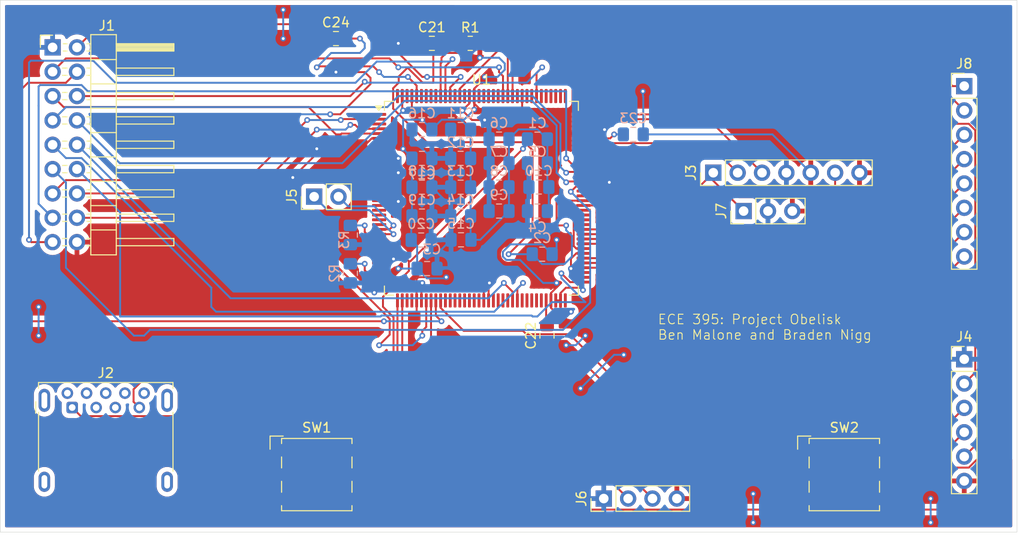
<source format=kicad_pcb>
(kicad_pcb (version 20240108) (generator "pcbnew") (generator_version "8.0")
  (layers (0 "F.Cu" signal) (31 "B.Cu" signal) (34 "B.Paste" user) (35 "F.Paste" user) (36 "B.SilkS" user "B.Silkscreen") (37 "F.SilkS" user "F.Silkscreen") (38 "B.Mask" user) (39 "F.Mask" user) (44 "Edge.Cuts" user))
  (net 0 "")
  (net 1 "GND")
  (net 2 "NRST")
  (net 3 "+5V")
  (net 4 "+3.3V")
  (net 5 "DCMI_D2")
  (net 6 "CAMERA_RESET")
  (net 7 "PIXCLK")
  (net 8 "DCMI_D3")
  (net 9 "DCMI_D1")
  (net 10 "DCMI_D7")
  (net 11 "DCMI_D5")
  (net 12 "OV_SDA")
  (net 13 "CAMERA_PWDN")
  (net 14 "OV_SCL")
  (net 15 "DCMI_D6")
  (net 16 "MCLK")
  (net 17 "DCMI_D4")
  (net 18 "OV_VS")
  (net 19 "OV_HS")
  (net 20 "DCMI_D0")
  (net 24 "ST_LINK_SWDIO")
  (net 25 "ST_LINK_RESET")
  (net 26 "ST_LINK_SWCLK")
  (net 27 "SPI_MISO")
  (net 28 "SPI_MOSI")
  (net 29 "SPI_SCK")
  (net 30 "SPI_NSS")
  (net 31 "PD9")
  (net 32 "PH1")
  (net 33 "PD8")
  (net 34 "PD10")
  (net 35 "PD12")
  (net 36 "PD7")
  (net 37 "PD13")
  (net 38 "PH0")
  (net 39 "PD11")
  (net 40 "PD6")
  (net 41 "UART4_TX")
  (net 42 "UART4_RX")
  (net 63 "VCAP1")
  (net 111 "BOOT0")
  (net 112 "VREF+")
  (net 113 "VCAP2")
  (net 114 "VCAP3")
  (footprint "Connector_PinHeader_2.54mm:PinHeader_2x09_P2.54mm_Horizontal" (layer "F.Cu") (at 94.46 54.92)
    (property "Reference" "J1")
    (property "Value" "OV7670_CONNECTOR")
  )
  (footprint "Resistor_SMD:R_0805_2012Metric_Pad1.20x1.40mm_HandSolder" (layer "F.Cu") (at 138 54.5)
    (property "Reference" "R1")
    (property "Value" "10k")
  )
  (footprint "Connector_PinHeader_2.54mm:PinHeader_1x07_P2.54mm_Vertical" (layer "F.Cu") (at 163.34 68 90)
    (property "Reference" "J3")
    (property "Value" "ST_LINK_CONNECTOR")
  )
  (footprint "Capacitor_SMD:C_0805_2012Metric_Pad1.18x1.45mm_HandSolder" (layer "F.Cu") (at 146 85 90)
    (property "Reference" "C22")
    (property "Value" "2.2uF")
  )
  (footprint "Connector_PinHeader_2.54mm:PinHeader_1x04_P2.54mm_Vertical" (layer "F.Cu") (at 151.92 102 90)
    (property "Reference" "J6")
    (property "Value" "UART")
  )
  (footprint "Button_Switch_SMD:Nidec_Copal_SH-7010A" (layer "F.Cu") (at 122 99.5)
    (property "Reference" "SW1")
    (property "Value" "SW_Push")
  )
  (footprint "Connector_USB:USB3_A_Molex_48393-001" (layer "F.Cu") (at 96.5 92.5)
    (property "Reference" "J2")
    (property "Value" "USB_A")
  )
  (footprint "Connector_PinHeader_2.54mm:PinHeader_1x03_P2.54mm_Vertical" (layer "F.Cu") (at 166.5 72 90)
    (property "Reference" "J7")
    (property "Value" "Conn_01x03_Pin")
  )
  (footprint "Capacitor_SMD:C_0805_2012Metric_Pad1.18x1.45mm_HandSolder" (layer "F.Cu") (at 124 54)
    (property "Reference" "C24")
    (property "Value" "2.2uF")
  )
  (footprint "Button_Switch_SMD:Nidec_Copal_SH-7010A" (layer "F.Cu") (at 177 99.5)
    (property "Reference" "SW2")
    (property "Value" "SW_Push")
  )
  (footprint "Connector_PinHeader_2.54mm:PinHeader_1x02_P2.54mm_Vertical" (layer "F.Cu") (at 121.725 70.5 90)
    (property "Reference" "J5")
    (property "Value" "Conn_01x02_Pin")
  )
  (footprint "Connector_PinHeader_2.54mm:PinHeader_1x08_P2.54mm_Vertical" (layer "F.Cu") (at 189.5 58.96)
    (property "Reference" "J8")
    (property "Value" "Conn_01x08_Pin")
  )
  (footprint "Capacitor_SMD:C_0805_2012Metric_Pad1.18x1.45mm_HandSolder" (layer "F.Cu") (at 134 54.5)
    (property "Reference" "C21")
    (property "Value" "100nF")
  )
  (footprint "Connector_PinHeader_2.54mm:PinHeader_1x06_P2.54mm_Vertical" (layer "F.Cu") (at 189.5 87.46)
    (property "Reference" "J4")
    (property "Value" "SD_CARD_CONN")
  )
  (footprint "Package_QFP:LQFP-144_20x20mm_P0.5mm" (layer "F.Cu") (at 139.1625 70.6625)
    (property "Reference" "U1")
    (property "Value" "STM32H7A3ZITxQ")
  )
  (footprint "Capacitor_SMD:C_0805_2012Metric_Pad1.18x1.45mm_HandSolder" (layer "B.Cu") (at 137 63.49 180)
    (property "Reference" "C11")
    (property "Value" "100nF")
  )
  (footprint "Capacitor_SMD:C_0805_2012Metric_Pad1.18x1.45mm_HandSolder" (layer "B.Cu") (at 132.9625 66.5)
    (property "Reference" "C17")
    (property "Value" "100nF")
  )
  (footprint "Capacitor_SMD:C_0805_2012Metric_Pad1.18x1.45mm_HandSolder" (layer "B.Cu") (at 137 69.51 180)
    (property "Reference" "C13")
    (property "Value" "100nF")
  )
  (footprint "Capacitor_SMD:C_0805_2012Metric_Pad1.18x1.45mm_HandSolder" (layer "B.Cu") (at 132.9625 72.52 180)
    (property "Reference" "C19")
    (property "Value" "100nF")
  )
  (footprint "Resistor_SMD:R_0805_2012Metric_Pad1.20x1.40mm_HandSolder" (layer "B.Cu") (at 125.5 78.5 -90)
    (property "Reference" "R2")
    (property "Value" "47")
  )
  (footprint "Capacitor_SMD:C_0805_2012Metric_Pad1.18x1.45mm_HandSolder" (layer "B.Cu") (at 132.9625 69.51 180)
    (property "Reference" "C18")
    (property "Value" "100nF")
  )
  (footprint "Capacitor_SMD:C_0805_2012Metric_Pad1.18x1.45mm_HandSolder" (layer "B.Cu") (at 141 69.5 180)
    (property "Reference" "C8")
    (property "Value" "100nF")
  )
  (footprint "Capacitor_SMD:C_0805_2012Metric_Pad1.18x1.45mm_HandSolder" (layer "B.Cu") (at 145.5 76.5 180)
    (property "Reference" "C2")
    (property "Value" "4.7uF")
  )
  (footprint "Capacitor_SMD:C_0805_2012Metric_Pad1.18x1.45mm_HandSolder" (layer "B.Cu") (at 141 67 180)
    (property "Reference" "C7")
    (property "Value" "100nF")
  )
  (footprint "Capacitor_SMD:C_0805_2012Metric_Pad1.18x1.45mm_HandSolder" (layer "B.Cu") (at 137 66.5 180)
    (property "Reference" "C12")
    (property "Value" "100nF")
  )
  (footprint "Capacitor_SMD:C_0805_2012Metric_Pad1.18x1.45mm_HandSolder" (layer "B.Cu") (at 132.9625 63.49 180)
    (property "Reference" "C16")
    (property "Value" "100nF")
  )
  (footprint "Capacitor_SMD:C_0805_2012Metric_Pad1.18x1.45mm_HandSolder" (layer "B.Cu") (at 155 64 180)
    (property "Reference" "C23")
    (property "Value" "2.2uF")
  )
  (footprint "Resistor_SMD:R_0805_2012Metric_Pad1.20x1.40mm_HandSolder" (layer "B.Cu") (at 125.5 74.5 -90)
    (property "Reference" "R3")
    (property "Value" "10k")
  )
  (footprint "Capacitor_SMD:C_0805_2012Metric_Pad1.18x1.45mm_HandSolder" (layer "B.Cu") (at 137.0375 75 180)
    (property "Reference" "C15")
    (property "Value" "100nF")
  )
  (footprint "Capacitor_SMD:C_0805_2012Metric_Pad1.18x1.45mm_HandSolder" (layer "B.Cu") (at 141 64.49 180)
    (property "Reference" "C6")
    (property "Value" "100nF")
  )
  (footprint "Capacitor_SMD:C_0805_2012Metric_Pad1.18x1.45mm_HandSolder" (layer "B.Cu") (at 145 72)
    (property "Reference" "C4")
    (property "Value" "100nF")
  )
  (footprint "Capacitor_SMD:C_0805_2012Metric_Pad1.18x1.45mm_HandSolder" (layer "B.Cu") (at 145.1525 69.49 180)
    (property "Reference" "C10")
    (property "Value" "100nF")
  )
  (footprint "Capacitor_SMD:C_0805_2012Metric_Pad1.18x1.45mm_HandSolder" (layer "B.Cu") (at 137 72.52 180)
    (property "Reference" "C14")
    (property "Value" "100nF")
  )
  (footprint "Capacitor_SMD:C_0805_2012Metric_Pad1.18x1.45mm_HandSolder" (layer "B.Cu") (at 145 67 180)
    (property "Reference" "C5")
    (property "Value" "100nF")
  )
  (footprint "Capacitor_SMD:C_0805_2012Metric_Pad1.18x1.45mm_HandSolder" (layer "B.Cu") (at 133.5 78 180)
    (property "Reference" "C3")
    (property "Value" "1uF")
  )
  (footprint "Capacitor_SMD:C_0805_2012Metric_Pad1.18x1.45mm_HandSolder" (layer "B.Cu") (at 141 72 180)
    (property "Reference" "C9")
    (property "Value" "100nF")
  )
  (footprint "Capacitor_SMD:C_0805_2012Metric_Pad1.18x1.45mm_HandSolder" (layer "B.Cu") (at 132.885 75.02 180)
    (property "Reference" "C20")
    (property "Value" "100nF")
  )
  (footprint "Capacitor_SMD:C_0805_2012Metric_Pad1.18x1.45mm_HandSolder" (layer "B.Cu") (at 145 64.5 180)
    (property "Reference" "C1")
    (property "Value" "100nF")
  )
  (gr_rect (start 89 50) (end 195 105.5) (stroke (width 0.05)) (fill none) (layer "Edge.Cuts"))
  (gr_text "ECE 395: Project Obelisk\nBen Malone and Braden Nigg" (at 157.5 85.5 0) (layer "F.SilkS") (effects (font (size 1 1) (thickness 0.1)) (justify left bottom)))
  (segment (start 147.64491 75.64491) (end 147 75) (width 0.2) (layer "F.Cu") (net 1))
  (segment (start 102.9 91.9) (end 102.9 90.6) (width 0.2) (layer "F.Cu") (net 1))
  (segment (start 132.4125 82.5875) (end 132.4125 81.325) (width 0.2) (layer "F.Cu") (net 1))
  (segment (start 131.9125 60) (end 131.9125 61.4125) (width 0.2) (layer "F.Cu") (net 1))
  (segment (start 150.9125 71.4125) (end 151.5 72) (width 0.2) (layer "F.Cu") (net 1))
  (segment (start 127.64259 67.5) (end 126.5 67.5) (width 0.2) (layer "F.Cu") (net 1))
  (segment (start 127 65.14259) (end 127 65.5) (width 0.2) (layer "F.Cu") (net 1))
  (segment (start 132.4 81.3125) (end 132.4125 81.325) (width 0.2) (layer "F.Cu") (net 1))
  (segment (start 139.4125 80.0875) (end 138.225 78.9) (width 0.2) (layer "F.Cu") (net 1))
  (segment (start 129.9125 78.4125) (end 128.5 78.4125) (width 0.2) (layer "F.Cu") (net 1))
  (segment (start 128.5 69.9125) (end 126.9125 69.9125) (width 0.2) (layer "F.Cu") (net 1))
  (segment (start 149.825 75.9125) (end 149.05509 75.9125) (width 0.2) (layer "F.Cu") (net 1))
  (segment (start 148.7875 75.64491) (end 148.7875 71.68009) (width 0.2) (layer "F.Cu") (net 1))
  (segment (start 133.005 62.495) (end 131.9225 61.4125) (width 0.2) (layer "F.Cu") (net 1))
  (segment (start 128.5 77.9125) (end 128.5 78.4125) (width 0.2) (layer "F.Cu") (net 1))
  (segment (start 128.5 64.4125) (end 129.9125 64.4125) (width 0.2) (layer "F.Cu") (net 1))
  (segment (start 139.14259 61.5) (end 139.5 61.5) (width 0.2) (layer "F.Cu") (net 1))
  (segment (start 130.5 78) (end 130.325 78) (width 0.2) (layer "F.Cu") (net 1))
  (segment (start 126.9125 69.9125) (end 126.5 69.5) (width 0.2) (layer "F.Cu") (net 1))
  (segment (start 130.325 78) (end 129.9125 78.4125) (width 0.2) (layer "F.Cu") (net 1))
  (segment (start 148.7875 71.68009) (end 149.05509 71.4125) (width 0.2) (layer "F.Cu") (net 1))
  (segment (start 138.4125 60) (end 138.4125 61.4125) (width 0.2) (layer "F.Cu") (net 1))
  (segment (start 148.5875 63.9125) (end 146.0875 61.4125) (width 0.2) (layer "F.Cu") (net 1))
  (segment (start 138.225 78.9) (end 138.6 78.9) (width 0.2) (layer "F.Cu") (net 1))
  (segment (start 127.4625 64.68009) (end 127 65.14259) (width 0.2) (layer "F.Cu") (net 1))
  (segment (start 132.4 79.1) (end 132.4 79.5) (width 0.2) (layer "F.Cu") (net 1))
  (segment (start 138.4125 60.76991) (end 139.14259 61.5) (width 0.2) (layer "F.Cu") (net 1))
  (segment (start 146.4125 82.09491) (end 149.31759 85) (width 0.2) (layer "F.Cu") (net 1))
  (segment (start 138.225 78.9) (end 135.5 78.9) (width 0.2) (layer "F.Cu") (net 1))
  (segment (start 149.05509 71.4125) (end 149.825 71.4125) (width 0.2) (layer "F.Cu") (net 1))
  (segment (start 127.73009 69.4125) (end 127.4125 69.4125) (width 0.2) (layer "F.Cu") (net 1))
  (segment (start 138.4125 60) (end 138.4125 60.76991) (width 0.2) (layer "F.Cu") (net 1))
  (segment (start 132.4 79.5) (end 132 79.5) (width 0.2) (layer "F.Cu") (net 1))
  (segment (start 139.5 58.14259) (end 139.5 58) (width 0.2) (layer "F.Cu") (net 1))
  (segment (start 148 86) (end 147.5 86) (width 0.2) (layer "F.Cu") (net 1))
  (segment (start 127.73009 67.4125) (end 128.5 67.4125) (width 0.2) (layer "F.Cu") (net 1))
  (segment (start 146.4125 80.55509) (end 147 79.96759) (width 0.2) (layer "F.Cu") (net 1))
  (segment (start 131 65.5) (end 129.9125 64.4125) (width 0.2) (layer "F.Cu") (net 1))
  (segment (start 127.73009 64.4125) (end 127.4625 64.68009) (width 0.2) (layer "F.Cu") (net 1))
  (segment (start 132.4125 82.5875) (end 132 83) (width 0.2) (layer "F.Cu") (net 1))
  (segment (start 139.4125 81.325) (end 139.4125 80.0875) (width 0.2) (layer "F.Cu") (net 1))
  (segment (start 147 79.96759) (end 147 79.5) (width 0.2) (layer "F.Cu") (net 1))
  (segment (start 149.825 71.4125) (end 150.9125 71.4125) (width 0.2) (layer "F.Cu") (net 1))
  (segment (start 127.4125 68.4125) (end 127 68) (width 0.2) (layer "F.Cu") (net 1))
  (segment (start 132.4 79.5) (end 132.4 81.3125) (width 0.2) (layer "F.Cu") (net 1))
  (segment (start 103.5 92.5) (end 102.9 91.9) (width 0.2) (layer "F.Cu") (net 1))
  (segment (start 139 54.5) (end 139 56) (width 0.2) (layer "F.Cu") (net 1))
  (segment (start 138.6 78.9) (end 139 78.5) (width 0.2) (layer "F.Cu") (net 1))
  (segment (start 138.4125 60) (end 138.4125 59.23009) (width 0.2) (layer "F.Cu") (net 1))
  (segment (start 147.5 86) (end 147.4625 86.0375) (width 0.2) (layer "F.Cu") (net 1))
  (segment (start 146.4125 81.325) (end 146.4125 80.55509) (width 0.2) (layer "F.Cu") (net 1))
  (segment (start 127.73009 67.4125) (end 127.64259 67.5) (width 0.2) (layer "F.Cu") (net 1))
  (segment (start 127.4125 69.4125) (end 126.5 68.5) (width 0.2) (layer "F.Cu") (net 1))
  (segment (start 135.5 78.9) (end 132.6 78.9) (width 0.2) (layer "F.Cu") (net 1))
  (segment (start 128.5 69.4125) (end 127.73009 69.4125) (width 0.2) (layer "F.Cu") (net 1))
  (segment (start 102.9 90.6) (end 104.5 89) (width 0.2) (layer "F.Cu") (net 1))
  (segment (start 132 79.5) (end 131.5 80) (width 0.2) (layer "F.Cu") (net 1))
  (segment (start 148.7875 75.64491) (end 147.64491 75.64491) (width 0.2) (layer "F.Cu") (net 1))
  (segment (start 122.9625 54) (end 121 54) (width 0.2) (layer "F.Cu") (net 1))
  (segment (start 131.9225 61.4125) (end 131.9125 61.4125) (width 0.2) (layer "F.Cu") (net 1))
  (segment (start 128.5 64.4125) (end 127.73009 64.4125) (width 0.2) (layer "F.Cu") (net 1))
  (segment (start 147.4625 86.0375) (end 146 86.0375) (width 0.2) (layer "F.Cu") (net 1))
  (segment (start 146.4125 81.325) (end 146.4125 82.09491) (width 0.2) (layer "F.Cu") (net 1))
  (segment (start 132.6 78.9) (end 132.4 79.1) (width 0.2) (layer "F.Cu") (net 1))
  (segment (start 127.73009 68.4125) (end 127.4125 68.4125) (width 0.2) (layer "F.Cu") (net 1))
  (segment (start 149.31759 85) (end 150 85) (width 0.2) (layer "F.Cu") (net 1))
  (segment (start 149.05509 75.9125) (end 148.7875 75.64491) (width 0.2) (layer "F.Cu") (net 1))
  (segment (start 128.5 68.4125) (end 127.73009 68.4125) (width 0.2) (layer "F.Cu") (net 1))
  (segment (start 138.4125 59.23009) (end 139.5 58.14259) (width 0.2) (layer "F.Cu") (net 1))
  (segment (start 128.5 70.4125) (end 128.5 69.9125) (width 0.2) (layer "F.Cu") (net 1))
  (segment (start 143.4125 60) (end 143.4125 61.4125) (width 0.2) (layer "F.Cu") (net 1))
  (segment (start 146.0875 61.4125) (end 143.4125 61.4125) (width 0.2) (layer "F.Cu") (net 1))
  (segment (start 128.5 69.9125) (end 128.5 69.4125) (width 0.2) (layer "F.Cu") (net 1))
  (segment (start 149.825 63.9125) (end 148.5875 63.9125) (width 0.2) (layer "F.Cu") (net 1))
  (via (at 139.5 58) (size 0.6) (drill 0.3) (layers "F.Cu" "B.Cu") (net 1))
  (via (at 118.5 51) (size 0.6) (drill 0.3) (layers "F.Cu" "B.Cu") (net 1))
  (via (at 148 86) (size 0.6) (drill 0.3) (layers "F.Cu" "B.Cu") (net 1))
  (via (at 118.5 54) (size 0.6) (drill 0.3) (layers "F.Cu" "B.Cu") (net 1))
  (via (at 93 82) (size 0.6) (drill 0.3) (layers "F.Cu" "B.Cu") (net 1))
  (via (at 186 102) (size 0.6) (drill 0.3) (layers "F.Cu" "B.Cu") (net 1))
  (via (at 93 85) (size 0.6) (drill 0.3) (layers "F.Cu" "B.Cu") (net 1))
  (via (at 133.005 62.495) (size 0.6) (drill 0.3) (layers "F.Cu" "B.Cu") (net 1))
  (via (at 130.5 78) (size 0.6) (drill 0.3) (layers "F.Cu" "B.Cu") (net 1))
  (via (at 150 85) (size 0.6) (drill 0.3) (layers "F.Cu" "B.Cu") (net 1))
  (via (at 186 104.5) (size 0.6) (drill 0.3) (layers "F.Cu" "B.Cu") (net 1))
  (via (at 167.5 104.5) (size 0.6) (drill 0.3) (layers "F.Cu" "B.Cu") (net 1))
  (via (at 147 79.5) (size 0.6) (drill 0.3) (layers "F.Cu" "B.Cu") (net 1))
  (via (at 156 59.5) (size 0.6) (drill 0.3) (layers "F.Cu" "B.Cu") (net 1))
  (via (at 154 87) (size 0.6) (drill 0.3) (layers "F.Cu" "B.Cu") (net 1))
  (via (at 167.5 101.5) (size 0.6) (drill 0.3) (layers "F.Cu" "B.Cu") (net 1))
  (via (at 149.5 90.5) (size 0.6) (drill 0.3) (layers "F.Cu" "B.Cu") (net 1))
  (via (at 138.4125 61.4125) (size 0.6) (drill 0.3) (layers "F.Cu" "B.Cu") (net 1))
  (via (at 147 75) (size 0.6) (drill 0.3) (layers "F.Cu" "B.Cu") (net 1))
  (via (at 131 65.5) (size 0.6) (drill 0.3) (layers "F.Cu" "B.Cu") (net 1))
  (via (at 135.5 78.9) (size 0.6) (drill 0.3) (layers "F.Cu" "B.Cu") (net 1))
  (via (at 139 56) (size 0.6) (drill 0.3) (layers "F.Cu" "B.Cu") (net 1))
  (segment (start 138.0375 63.49) (end 138.0375 66.5) (width 0.2) (layer "B.Cu") (net 1))
  (segment (start 132.4625 78) (end 133.4875 79.025) (width 0.2) (layer "B.Cu") (net 1))
  (segment (start 137.36 62.465) (end 137.0125 62.465) (width 0.2) (layer "B.Cu") (net 1))
  (segment (start 169.5 64) (end 173.5 68) (width 0.2) (layer "B.Cu") (net 1))
  (segment (start 145.0125 63.475) (end 146.0375 64.5) (width 0.2) (layer "B.Cu") (net 1))
  (segment (start 132.4625 78) (end 132.4625 75.635) (width 0.2) (layer "B.Cu") (net 1))
  (segment (start 142.0375 64.4625) (end 143.025 63.475) (width 0.2) (layer "B.Cu") (net 1))
  (segment (start 118.5 51) (end 118.5 54) (width 0.2) (layer "B.Cu") (net 1))
  (segment (start 156 59.5) (end 156 60) (width 0.2) (layer "B.Cu") (net 1))
  (segment (start 141.6 56.6) (end 141 56) (width 0.2) (layer "B.Cu") (net 1))
  (segment (start 140.848529 58) (end 141.6 57.248529) (width 0.2) (layer "B.Cu") (net 1))
  (segment (start 139.5 58) (end 140.848529 58) (width 0.2) (layer "B.Cu") (net 1))
  (segment (start 149 86) (end 148 86) (width 0.2) (layer "B.Cu") (net 1))
  (segment (start 133.005 62.495) (end 134 63.49) (width 0.2) (layer "B.Cu") (net 1))
  (segment (start 156 60) (end 156.0375 60.0375) (width 0.2) (layer "B.Cu") (net 1))
  (segment (start 156.0375 60.0375) (end 156.0375 64) (width 0.2) (layer "B.Cu") (net 1))
  (segment (start 167.5 101.5) (end 167.5 104.5) (width 0.2) (layer "B.Cu") (net 1))
  (segment (start 146.0375 64.5) (end 146.0375 67) (width 0.2) (layer "B.Cu") (net 1))
  (segment (start 137.0125 62.465) (end 138.0375 63.49) (width 0.2) (layer "B.Cu") (net 1))
  (segment (start 131 65.5) (end 131 62.5) (width 0.2) (layer "B.Cu") (net 1))
  (segment (start 146.19 71.8475) (end 146.0375 72) (width 0.2) (layer "B.Cu") (net 1))
  (segment (start 131.925 66.425) (end 131 65.5) (width 0.2) (layer "B.Cu") (net 1))
  (segment (start 131.035 62.465) (end 132.975 62.465) (width 0.2) (layer "B.Cu") (net 1))
  (segment (start 138.0375 69.51) (end 138.0375 72.52) (width 0.2) (layer "B.Cu") (net 1))
  (segment (start 147 79.5) (end 145.6 79.5) (width 0.2) (layer "B.Cu") (net 1))
  (segment (start 156.0375 64) (end 169.5 64) (width 0.2) (layer "B.Cu") (net 1))
  (segment (start 134 63.49) (end 135.025 62.465) (width 0.2) (layer "B.Cu") (net 1))
  (segment (start 132.4625 78) (end 130.5 78) (width 0.2) (layer "B.Cu") (net 1))
  (segment (start 141.4 76.251471) (end 142.176471 75.475) (width 0.2) (layer "B.Cu") (net 1))
  (segment (start 153 87) (end 149.5 90.5) (width 0.2) (layer "B.Cu") (net 1))
  (segment (start 93 82) (end 93 85) (width 0.2) (layer "B.Cu") (net 1))
  (segment (start 150 85) (end 149 86) (width 0.2) (layer "B.Cu") (net 1))
  (segment (start 138.075 75) (end 139.0375 75) (width 0.2) (layer "B.Cu") (net 1))
  (segment (start 142.0375 67) (end 142.0375 64.49) (width 0.2) (layer "B.Cu") (net 1))
  (segment (start 143.2 77.1) (end 141.751471 77.1) (width 0.2) (layer "B.Cu") (net 1))
  (segment (start 154 87) (end 153 87) (width 0.2) (layer "B.Cu") (net 1))
  (segment (start 133.4875 79.025) (end 135.375 79.025) (width 0.2) (layer "B.Cu") (net 1))
  (segment (start 145.6 79.5) (end 143.2 77.1) (width 0.2) (layer "B.Cu") (net 1))
  (segment (start 186 102) (end 186 104.5) (width 0.2) (layer "B.Cu") (net 1))
  (segment (start 147 75) (end 147 76.0375) (width 0.2) (layer "B.Cu") (net 1))
  (segment (start 132.975 62.465) (end 133.005 62.495) (width 0.2) (layer "B.Cu") (net 1))
  (segment (start 141.4 76.748529) (end 141.4 76.251471) (width 0.2) (layer "B.Cu") (net 1))
  (segment (start 141 56) (end 139 56) (width 0.2) (layer "B.Cu") (net 1))
  (segment (start 142.0375 72) (end 142.0375 69.5) (width 0.2) (layer "B.Cu") (net 1))
  (segment (start 135.025 62.465) (end 137.0125 62.465) (width 0.2) (layer "B.Cu") (net 1))
  (segment (start 132.4625 75.635) (end 131.8475 75.02) (width 0.2) (layer "B.Cu") (net 1))
  (segment (start 141.6 57.248529) (end 141.6 56.6) (width 0.2) (layer "B.Cu") (net 1))
  (segment (start 146.0375 76) (end 146.5375 76.5) (width 0.2) (layer "B.Cu") (net 1))
  (segment (start 139.0375 75) (end 142.0375 72) (width 0.2) (layer "B.Cu") (net 1))
  (segment (start 135.375 79.025) (end 135.5 78.9) (width 0.2) (layer "B.Cu") (net 1))
  (segment (start 138.0375 66.5) (end 138.0375 69.51) (width 0.2) (layer "B.Cu") (net 1))
  (segment (start 146.0375 69.3375) (end 146.19 69.49) (width 0.2) (layer "B.Cu") (net 1))
  (segment (start 131.925 66.5) (end 131.925 66.425) (width 0.2) (layer "B.Cu") (net 1))
  (segment (start 142.0375 64.49) (end 142.0375 64.4625) (width 0.2) (layer "B.Cu") (net 1))
  (segment (start 131.8475 72.5975) (end 131.925 72.52) (width 0.2) (layer "B.Cu") (net 1))
  (segment (start 142.0375 69.5) (end 142.0375 67) (width 0.2) (layer "B.Cu") (net 1))
  (segment (start 146.0375 67) (end 146.0375 69.3375) (width 0.2) (layer "B.Cu") (net 1))
  (segment (start 143.025 63.475) (end 145.0125 63.475) (width 0.2) (layer "B.Cu") (net 1))
  (segment (start 131 62.5) (end 131.035 62.465) (width 0.2) (layer "B.Cu") (net 1))
  (segment (start 147 76.0375) (end 146.5375 76.5) (width 0.2) (layer "B.Cu") (net 1))
  (segment (start 146.19 69.49) (end 146.19 71.8475) (width 0.2) (layer "B.Cu") (net 1))
  (segment (start 141.751471 77.1) (end 141.4 76.748529) (width 0.2) (layer "B.Cu") (net 1))
  (segment (start 145.5125 75.475) (end 146.5375 76.5) (width 0.2) (layer "B.Cu") (net 1))
  (segment (start 131.925 69.51) (end 131.925 66.5) (width 0.2) (layer "B.Cu") (net 1))
  (segment (start 131.8475 75.02) (end 131.8475 72.5975) (width 0.2) (layer "B.Cu") (net 1))
  (segment (start 138.0375 72.52) (end 138.0375 74.9625) (width 0.2) (layer "B.Cu") (net 1))
  (segment (start 138.4125 61.4125) (end 137.36 62.465) (width 0.2) (layer "B.Cu") (net 1))
  (segment (start 138.0375 74.9625) (end 138.075 75) (width 0.2) (layer "B.Cu") (net 1))
  (segment (start 131.925 72.52) (end 131.925 69.51) (width 0.2) (layer "B.Cu") (net 1))
  (segment (start 142.176471 75.475) (end 145.5125 75.475) (width 0.2) (layer "B.Cu") (net 1))
  (segment (start 131.6 78.248529) (end 131.6 77.24259) (width 0.2) (layer "F.Cu") (net 2))
  (segment (start 129.26991 74.9125) (end 128.5 74.9125) (width 0.2) (layer "F.Cu") (net 2))
  (segment (start 130 83.085785) (end 128.9 81.985785) (width 0.2) (layer "F.Cu") (net 2))
  (segment (start 128.9 80.948529) (end 131.6 78.248529) (width 0.2) (layer "F.Cu") (net 2))
  (segment (start 131.6 77.24259) (end 129.26991 74.9125) (width 0.2) (layer "F.Cu") (net 2))
  (segment (start 125.25 102.04) (end 130 97.29) (width 0.2) (layer "F.Cu") (net 2))
  (segment (start 127 74.18241) (end 127 73.5) (width 0.2) (layer "F.Cu") (net 2))
  (segment (start 128.9 81.985785) (end 128.9 80.948529) (width 0.2) (layer "F.Cu") (net 2))
  (segment (start 128.5 74.9125) (end 127.73009 74.9125) (width 0.2) (layer "F.Cu") (net 2))
  (segment (start 130 97.29) (end 130 83.085785) (width 0.2) (layer "F.Cu") (net 2))
  (segment (start 131.6 77.24259) (end 131.75741 77.24259) (width 0.2) (layer "F.Cu") (net 2))
  (segment (start 127.73009 74.9125) (end 127 74.18241) (width 0.2) (layer "F.Cu") (net 2))
  (segment (start 131.75741 77.24259) (end 143.5 65.5) (width 0.2) (layer "F.Cu") (net 2))
  (via (at 143.5 65.5) (size 0.6) (drill 0.3) (layers "F.Cu" "B.Cu") (net 2))
  (via (at 127 73.5) (size 0.6) (drill 0.3) (layers "F.Cu" "B.Cu") (net 2))
  (segment (start 143.9625 64.5) (end 143.9625 65.0375) (width 0.2) (layer "B.Cu") (net 2))
  (segment (start 125.5 73.5) (end 127 73.5) (width 0.2) (layer "B.Cu") (net 2))
  (segment (start 143.9625 65.0375) (end 143.5 65.5) (width 0.2) (layer "B.Cu") (net 2))
  (segment (start 193.9 97.386346) (end 193.5 97.786346) (width 0.2) (layer "F.Cu") (net 3))
  (segment (start 124.01 103.15) (end 123.7 102.84) (width 0.2) (layer "F.Cu") (net 3))
  (segment (start 129.9625 61.311029) (end 129.9625 59.18009) (width 0.2) (layer "F.Cu") (net 3))
  (segment (start 163.34 68) (end 160.4275 70.9125) (width 0.2) (layer "F.Cu") (net 3))
  (segment (start 193.5 101.5) (end 191.85 103.15) (width 0.2) (layer "F.Cu") (net 3))
  (segment (start 193.331371 51.2) (end 193.9 51.768629) (width 0.2) (layer "F.Cu") (net 3))
  (segment (start 136.740256 51.2) (end 193.331371 51.2) (width 0.2) (layer "F.Cu") (net 3))
  (segment (start 129.9625 59.18009) (end 130.54259 58.6) (width 0.2) (layer "F.Cu") (net 3))
  (segment (start 130.54259 57.95741) (end 131.467157 57.032843) (width 0.2) (layer "F.Cu") (net 3))
  (segment (start 147 71) (end 147 73.5) (width 0.2) (layer "F.Cu") (net 3))
  (segment (start 144.5 74) (end 144.5 65.651471) (width 0.2) (layer "F.Cu") (net 3))
  (segment (start 126.8 98.7) (end 126.8 93.5) (width 0.2) (layer "F.Cu") (net 3))
  (segment (start 126.8 93.5) (end 126.7 93.4) (width 0.2) (layer "F.Cu") (net 3))
  (segment (start 166.5 72) (end 163.34 68.84) (width 0.2) (layer "F.Cu") (net 3))
  (segment (start 163.34 68.84) (end 163.34 68) (width 0.2) (layer "F.Cu") (net 3))
  (segment (start 147 73.5) (end 148 73.5) (width 0.2) (layer "F.Cu") (net 3))
  (segment (start 126.7 93.4) (end 97.4 93.4) (width 0.2) (layer "F.Cu") (net 3))
  (segment (start 123.7 98.7) (end 126.8 98.7) (width 0.2) (layer "F.Cu") (net 3))
  (segment (start 191.85 103.15) (end 124.01 103.15) (width 0.2) (layer "F.Cu") (net 3))
  (segment (start 160.4275 70.9125) (end 149.825 70.9125) (width 0.2) (layer "F.Cu") (net 3))
  (segment (start 134.15 53.790256) (end 136.740256 51.2) (width 0.2) (layer "F.Cu") (net 3))
  (segment (start 193.9 51.768629) (end 193.9 97.386346) (width 0.2) (layer "F.Cu") (net 3))
  (segment (start 133.463971 64.8125) (end 129.9625 61.311029) (width 0.2) (layer "F.Cu") (net 3))
  (segment (start 144.5 65.651471) (end 143.661029 64.8125) (width 0.2) (layer "F.Cu") (net 3))
  (segment (start 123.7 102.84) (end 123.7 98.7) (width 0.2) (layer "F.Cu") (net 3))
  (segment (start 134.15 58.6) (end 134.15 53.790256) (width 0.2) (layer "F.Cu") (net 3))
  (segment (start 143.661029 64.8125) (end 133.463971 64.8125) (width 0.2) (layer "F.Cu") (net 3))
  (segment (start 142 76.5) (end 144.5 74) (width 0.2) (layer "F.Cu") (net 3))
  (segment (start 130.54259 58.6) (end 130.54259 57.95741) (width 0.2) (layer "F.Cu") (net 3))
  (segment (start 147.0875 70.9125) (end 147 71) (width 0.2) (layer "F.Cu") (net 3))
  (segment (start 97.4 93.4) (end 96.5 92.5) (width 0.2) (layer "F.Cu") (net 3))
  (segment (start 193.5 97.786346) (end 193.5 101.5) (width 0.2) (layer "F.Cu") (net 3))
  (segment (start 131.467157 57.032843) (end 133.034314 58.6) (width 0.2) (layer "F.Cu") (net 3))
  (segment (start 149.825 70.9125) (end 147.0875 70.9125) (width 0.2) (layer "F.Cu") (net 3))
  (segment (start 133.034314 58.6) (end 134.15 58.6) (width 0.2) (layer "F.Cu") (net 3))
  (via (at 148 73.5) (size 0.6) (drill 0.3) (layers "F.Cu" "B.Cu") (net 3))
  (via (at 142 76.5) (size 0.6) (drill 0.3) (layers "F.Cu" "B.Cu") (net 3))
  (segment (start 142 76.5) (end 144.4625 76.5) (width 0.2) (layer "B.Cu") (net 3))
  (segment (start 148.6 76.748529) (end 147.823529 77.525) (width 0.2) (layer "B.Cu") (net 3))
  (segment (start 145.4875 77.525) (end 144.4625 76.5) (width 0.2) (layer "B.Cu") (net 3))
  (segment (start 148 73.5) (end 148 74) (width 0.2) (layer "B.Cu") (net 3))
  (segment (start 147.823529 77.525) (end 145.4875 77.525) (width 0.2) (layer "B.Cu") (net 3))
  (segment (start 148 74) (end 148.6 74.6) (width 0.2) (layer "B.Cu") (net 3))
  (segment (start 148.6 74.6) (end 148.6 76.748529) (width 0.2) (layer "B.Cu") (net 3))
  (segment (start 132.9625 54.5) (end 130.500002 54.5) (width 0.2) (layer "F.Cu") (net 4))
  (segment (start 139.9125 81.325) (end 139.9125 79.5875) (width 0.2) (layer "F.Cu") (net 4))
  (segment (start 147.4125 81.325) (end 147.4125 80.55509) (width 0.2) (layer "F.Cu") (net 4))
  (segment (start 151.5875 69.9125) (end 152.5 69) (width 0.2) (layer "F.Cu") (net 4))
  (segment (start 146.9125 81.325) (end 147.4125 81.325) (width 0.2) (layer "F.Cu") (net 4))
  (segment (start 151.9125 63.4125) (end 152 63.5) (width 0.2) (layer "F.Cu") (net 4))
  (segment (start 147.4125 80.55509) (end 147.96759 80) (width 0.2) (layer "F.Cu") (net 4))
  (segment (start 127 57.5) (end 127.6 58.1) (width 0.2) (layer "F.Cu") (net 4))
  (segment (start 149.825 62.9125) (end 149.825 63.4125) (width 0.2) (layer "F.Cu") (net 4))
  (segment (start 130.9125 60) (end 130.9125 61.4125) (width 0.2) (layer "F.Cu") (net 4))
  (segment (start 130.4125 67.9125) (end 130.5 68) (width 0.2) (layer "F.Cu") (net 4))
  (segment (start 129.26991 65.4125) (end 130.5 66.64259) (width 0.2) (layer "F.Cu") (net 4))
  (segment (start 148.5 82.5) (end 147.81759 82.5) (width 0.2) (layer "F.Cu") (net 4))
  (segment (start 189.5 87.46) (end 183.25 87.46) (width 0.2) (layer "F.Cu") (net 4))
  (segment (start 149.825 63.4125) (end 151.9125 63.4125) (width 0.2) (layer "F.Cu") (net 4))
  (segment (start 147.96759 80) (end 149.5 80) (width 0.2) (layer "F.Cu") (net 4))
  (segment (start 148.5 78) (end 148.5 76.96759) (width 0.2) (layer "F.Cu") (net 4))
  (segment (start 149.825 69.9125) (end 151.5875 69.9125) (width 0.2) (layer "F.Cu") (net 4))
  (segment (start 147.81759 82.5) (end 147.4125 82.09491) (width 0.2) (layer "F.Cu") (net 4))
  (segment (start 152.0875 70.4125) (end 152.5 70) (width 0.2) (layer "F.Cu") (net 4))
  (segment (start 148.5 76.96759) (end 149.05509 76.4125) (width 0.2) (layer "F.Cu") (net 4))
  (segment (start 127.6 58.1) (end 127.6 58.748529) (width 0.2) (layer "F.Cu") (net 4))
  (segment (start 152.5 70) (end 152.5 69) (width 0.2) (layer "F.Cu") (net 4))
  (segment (start 132.9125 79.5875) (end 133 79.5) (width 0.2) (layer "F.Cu") (net 4))
  (segment (start 139.9125 79.5875) (end 140 79.5) (width 0.2) (layer "F.Cu") (net 4))
  (segment (start 128.5 79.4125) (end 128.5 80) (width 0.2) (layer "F.Cu") (net 4))
  (segment (start 137.9125 60) (end 137.9125 60.76991) (width 0.2) (layer "F.Cu") (net 4))
  (segment (start 130.9125 60) (end 130.4125 60) (width 0.2) (layer "F.Cu") (net 4))
  (segment (start 128.5 77.4125) (end 129.5875 77.4125) (width 0.2) (layer "F.Cu") (net 4))
  (segment (start 129.26991 70.9125) (end 129.35741 71) (width 0.2) (layer "F.Cu") (net 4))
  (segment (start 122 66) (end 122 65.5) (width 0.2) (layer "F.Cu") (net 4))
  (segment (start 124 57.5) (end 127 57.5) (width 0.2) (layer "F.Cu") (net 4))
  (segment (start 149.825 70.4125) (end 152.0875 70.4125) (width 0.2) (layer "F.Cu") (net 4))
  (segment (start 149.5 80) (end 149.75 80.25) (width 0.2) (layer "F.Cu") (net 4))
  (segment (start 128.5 80) (end 128 80.5) (width 0.2) (layer "F.Cu") (net 4))
  (segment (start 149.05509 76.4125) (end 149.825 76.4125) (width 0.2) (layer "F.Cu") (net 4))
  (segment (start 119.5 68.5) (end 122 66) (width 0.2) (layer "F.Cu") (net 4))
  (segment (start 128.5 65.4125) (end 129.26991 65.4125) (width 0.2) (layer "F.Cu") (net 4))
  (segment (start 130.9125 61.4125) (end 131 61.5) (width 0.2) (layer "F.Cu") (net 4))
  (segment (start 128.5 67.9125) (end 130.4125 67.9125) (width 0.2) (layer "F.Cu") (net 4))
  (segment (start 137.9125 60.76991) (end 137.18241 61.5) (width 0.2) (layer "F.Cu") (net 4))
  (segment (start 128.5 64.9125) (end 128.5 65.4125) (width 0.2) (layer "F.Cu") (net 4))
  (segment (start 127.6 58.748529) (end 124.448529 61.9) (width 0.2) (layer "F.Cu") (net 4))
  (segment (start 128.5 70.9125) (end 129.26991 70.9125) (width 0.2) (layer "F.Cu") (net 4))
  (segment (start 147.4125 82.09491) (end 147.4125 81.325) (width 0.2) (layer "F.Cu") (net 4))
  (segment (start 137.18241 61.5) (end 138.18241 62.5) (width 0.2) (layer "F.Cu") (net 4))
  (segment (start 129.35741 71) (end 130.5 71) (width 0.2) (layer "F.Cu") (net 4))
  (segment (start 138.18241 62.5) (end 139.5 62.5) (width 0.2) (layer "F.Cu") (net 4))
  (segment (start 124.448529 61.9) (end 123.4 61.9) (width 0.2) (layer "F.Cu") (net 4))
  (segment (start 183.25 87.46) (end 173.75 96.96) (width 0.2) (layer "F.Cu") (net 4))
  (segment (start 129.5875 77.4125) (end 130 77) (width 0.2) (layer "F.Cu") (net 4))
  (segment (start 132.9125 81.325) (end 132.9125 79.5875) (width 0.2) (layer "F.Cu") (net 4))
  (via (at 130 77) (size 0.6) (drill 0.3) (layers "F.Cu" "B.Cu") (net 4))
  (via (at 148.5 82.5) (size 0.6) (drill 0.3) (layers "F.Cu" "B.Cu") (net 4))
  (via (at 131 61.5) (size 0.6) (drill 0.3) (layers "F.Cu" "B.Cu") (net 4))
  (via (at 122 65.5) (size 0.6) (drill 0.3) (layers "F.Cu" "B.Cu") (net 4))
  (via (at 152 63.5) (size 0.6) (drill 0.3) (layers "F.Cu" "B.Cu") (net 4))
  (via (at 137.18241 61.5) (size 0.6) (drill 0.3) (layers "F.Cu" "B.Cu") (net 4))
  (via (at 128 80.5) (size 0.6) (drill 0.3) (layers "F.Cu" "B.Cu") (net 4))
  (via (at 130.5 71) (size 0.6) (drill 0.3) (layers "F.Cu" "B.Cu") (net 4))
  (via (at 130.500002 54.5) (size 0.6) (drill 0.3) (layers "F.Cu" "B.Cu") (net 4))
  (via (at 130.5 68) (size 0.6) (drill 0.3) (layers "F.Cu" "B.Cu") (net 4))
  (via (at 140 79.5) (size 0.6) (drill 0.3) (layers "F.Cu" "B.Cu") (net 4))
  (via (at 139.5 62.5) (size 0.6) (drill 0.3) (layers "F.Cu" "B.Cu") (net 4))
  (via (at 149.75 80.25) (size 0.6) (drill 0.3) (layers "F.Cu" "B.Cu") (net 4))
  (via (at 124 57.5) (size 0.6) (drill 0.3) (layers "F.Cu" "B.Cu") (net 4))
  (via (at 148.5 78) (size 0.6) (drill 0.3) (layers "F.Cu" "B.Cu") (net 4))
  (via (at 152.5 69) (size 0.6) (drill 0.3) (layers "F.Cu" "B.Cu") (net 4))
  (via (at 119.5 68.5) (size 0.6) (drill 0.3) (layers "F.Cu" "B.Cu") (net 4))
  (via (at 133 79.5) (size 0.6) (drill 0.3) (layers "F.Cu" "B.Cu") (net 4))
  (via (at 123.4 61.9) (size 0.6) (drill 0.3) (layers "F.Cu" "B.Cu") (net 4))
  (via (at 130.5 66.5) (size 0.6) (drill 0.3) (layers "F.Cu" "B.Cu") (net 4))
  (segment (start 134 66.5) (end 135.9625 66.5) (width 0.2) (layer "B.Cu") (net 4))
  (segment (start 139.5 62.5) (end 139.5 63) (width 0.2) (layer "B.Cu") (net 4))
  (segment (start 143.9625 67) (end 143.9625 69.3375) (width 0.2) (layer "B.Cu") (net 4))
  (segment (start 121 65.5) (end 118 62.5) (width 0.2) (layer "B.Cu") (net 4))
  (segment (start 143.9625 72) (end 143.9625 73.5375) (width 0.2) (layer "B.Cu") (net 4))
  (segment (start 144.115 69.49) (end 144.115 71.8475) (width 0.2) (layer "B.Cu") (net 4))
  (segment (start 133.9225 75.02) (end 133.9225 72.5975) (width 0.2) (layer "B.Cu") (net 4))
  (segment (start 134 72.52) (end 135.9625 72.52) (width 0.2) (layer "B.Cu") (net 4))
  (segment (start 118 62.5) (end 118.6 61.9) (width 0.2) (layer "B.Cu") (net 4))
  (segment (start 139.9625 67) (end 139.9625 64.49) (width 0.2) (layer "B.Cu") (net 4))
  (segment (start 143.9625 69.3375) (end 144.115 69.49) (width 0.2) (layer "B.Cu") (net 4))
  (segment (start 133.9225 72.5975) (end 134 72.52) (width 0.2) (layer "B.Cu") (net 4))
  (segment (start 124 57.5) (end 123 57.5) (width 0.2) (layer "B.Cu") (net 4))
  (segment (start 135.9625 66.5) (end 135.9625 63.49) (width 0.2) (layer "B.Cu") (net 4))
  (segment (start 135.9625 72.52) (end 135.9625 71.4725) (width 0.2) (layer "B.Cu") (net 4))
  (segment (start 134.5375 76.4625) (end 136 75) (width 0.2) (layer "B.Cu") (net 4))
  (segment (start 133.9425 75) (end 133.9225 75.02) (width 0.2) (layer "B.Cu") (net 4))
  (segment (start 135.9625 69.51) (end 135.9625 66.5) (width 0.2) (layer "B.Cu") (net 4))
  (segment (start 125.5 79.5) (end 124 79.5) (width 0.2) (layer "B.Cu") (net 4))
  (segment (start 139.9625 64.49) (end 139.9625 63.5375) (width 0.2) (layer "B.Cu") (net 4))
  (segment (start 149.75 79.25) (end 149.75 80.25) (width 0.2) (layer "B.Cu") (net 4))
  (segment (start 118.6 61.9) (end 123.4 61.9) (width 0.2) (layer "B.Cu") (net 4))
  (segment (start 130 62.5) (end 130 63) (width 0.2) (layer "B.Cu") (net 4))
  (segment (start 131 61.5) (end 130 62.5) (width 0.2) (layer "B.Cu") (net 4))
  (segment (start 139.9625 63.4625) (end 139.9625 64.49) (width 0.2) (layer "B.Cu") (net 4))
  (segment (start 131.925 64.425) (end 134 66.5) (width 0.2) (layer "B.Cu") (net 4))
  (segment (start 139.5 63) (end 139.9625 63.4625) (width 0.2) (layer "B.Cu") (net 4))
  (segment (start 143.9625 73.5375) (end 143.5 74) (width 0.2) (layer "B.Cu") (net 4))
  (segment (start 134.5375 78) (end 134.5375 76.4625) (width 0.2) (layer "B.Cu") (net 4))
  (segment (start 134.5375 78) (end 136 78) (width 0.2) (layer "B.Cu") (net 4))
  (segment (start 136 75) (end 133.9425 75) (width 0.2) (layer "B.Cu") (net 4))
  (segment (start 122 65.5) (end 121 65.5) (width 0.2) (layer "B.Cu") (net 4))
  (segment (start 139.9625 63.5375) (end 141 62.5) (width 0.2) (layer "B.Cu") (net 4))
  (segment (start 144.115 71.8475) (end 143.9625 72) (width 0.2) (layer "B.Cu") (net 4))
  (segment (start 148.5 78) (end 149.75 79.25) (width 0.2) (layer "B.Cu") (net 4))
  (segment (start 135.9625 71.4725) (end 134 69.51) (width 0.2) (layer "B.Cu") (net 4))
  (segment (start 134 69.51) (end 135.9625 69.51) (width 0.2) (layer "B.Cu") (net 4))
  (segment (start 139.9625 69.5) (end 139.9625 67) (width 0.2) (layer "B.Cu") (net 4))
  (segment (start 139.9625 72) (end 139.9625 69.5) (width 0.2) (layer "B.Cu") (net 4))
  (segment (start 131.925 63.49) (end 131.925 64.425) (width 0.2) (layer "B.Cu") (net 4))
  (segment (start 148.4125 79.4125) (end 147.5 78.5) (width 0.2) (layer "F.Cu") (net 5))
  (segment (start 149.825 79.4125) (end 148.4125 79.4125) (width 0.2) (layer "F.Cu") (net 5))
  (via (at 147.5 78.5) (size 0.6) (drill 0.3) (layers "F.Cu" "B.Cu") (net 5))
  (segment (start 101.5 83) (end 128.651471 83) (width 0.2) (layer "B.Cu") (net 5))
  (segment (start 128.651471 83) (end 128.751471 82.9) (width 0.2) (layer "B.Cu") (net 5))
  (segment (start 97 67.62) (end 101.5 72.12) (width 0.2) (layer "B.Cu") (net 5))
  (segment (start 145 83) (end 146.5 81.5) (width 0.2) (layer "B.Cu") (net 5))
  (segment (start 101.5 72.12) (end 101.5 83) (width 0.2) (layer "B.Cu") (net 5))
  (segment (start 144.5 83) (end 145 83) (width 0.2) (layer "B.Cu") (net 5))
  (segment (start 144.4 82.9) (end 144.5 83) (width 0.2) (layer "B.Cu") (net 5))
  (segment (start 150 81.5) (end 147.5 79) (width 0.2) (layer "B.Cu") (net 5))
  (segment (start 128.751471 82.9) (end 144.4 82.9) (width 0.2) (layer "B.Cu") (net 5))
  (segment (start 147.5 79) (end 147.5 78.5) (width 0.2) (layer "B.Cu") (net 5))
  (segment (start 146.5 81.5) (end 150 81.5) (width 0.2) (layer "B.Cu") (net 5))
  (segment (start 142.9125 80.0875) (end 143.5 79.5) (width 0.2) (layer "F.Cu") (net 6))
  (segment (start 142.9125 81.325) (end 142.9125 80.0875) (width 0.2) (layer "F.Cu") (net 6))
  (via (at 143.5 79.5) (size 0.6) (drill 0.3) (layers "F.Cu" "B.Cu") (net 6))
  (segment (start 111.5 82.5) (end 140.5 82.5) (width 0.2) (layer "B.Cu") (net 6))
  (segment (start 97.476346 66.47) (end 111 79.993654) (width 0.2) (layer "B.Cu") (net 6))
  (segment (start 95.85 66.47) (end 97.476346 66.47) (width 0.2) (layer "B.Cu") (net 6))
  (segment (start 140.5 82.5) (end 143.5 79.5) (width 0.2) (layer "B.Cu") (net 6))
  (segment (start 111 79.993654) (end 111 82) (width 0.2) (layer "B.Cu") (net 6))
  (segment (start 94.46 65.08) (end 95.85 66.47) (width 0.2) (layer "B.Cu") (net 6))
  (segment (start 111 82) (end 111.5 82.5) (width 0.2) (layer "B.Cu") (net 6))
  (segment (start 91 83.5) (end 129 83.5) (width 0.2) (layer "F.Cu") (net 7))
  (segment (start 97 57.46) (end 95.85 58.61) (width 0.2) (layer "F.Cu") (net 7))
  (segment (start 135 83.5) (end 134.4125 82.9125) (width 0.2) (layer "F.Cu") (net 7))
  (segment (start 95.85 58.61) (end 91.89 58.61) (width 0.2) (layer "F.Cu") (net 7))
  (segment (start 91 59.5) (end 91 83.5) (width 0.2) (layer "F.Cu") (net 7))
  (segment (start 134.4125 82.9125) (end 134.4125 81.325) (width 0.2) (layer "F.Cu") (net 7))
  (segment (start 91.89 58.61) (end 91 59.5) (width 0.2) (layer "F.Cu") (net 7))
  (via (at 135 83.5) (size 0.6) (drill 0.3) (layers "F.Cu" "B.Cu") (net 7))
  (via (at 129 83.5) (size 0.6) (drill 0.3) (layers "F.Cu" "B.Cu") (net 7))
  (segment (start 129 83.5) (end 135 83.5) (width 0.2) (layer "B.Cu") (net 7))
  (segment (start 148.0875 67.9125) (end 149.825 67.9125) (width 0.2) (layer "F.Cu") (net 8))
  (segment (start 148.0875 67.9125) (end 148 68) (width 0.2) (layer "F.Cu") (net 8))
  (via (at 148 68) (size 0.6) (drill 0.3) (layers "F.Cu" "B.Cu") (net 8))
  (segment (start 95.85 61.15) (end 129.35 61.15) (width 0.2) (layer "B.Cu") (net 8))
  (segment (start 130.5 60) (end 144.5 60) (width 0.2) (layer "B.Cu") (net 8))
  (segment (start 144.5 60) (end 147.4 62.9) (width 0.2) (layer "B.Cu") (net 8))
  (segment (start 147.4 62.9) (end 147.4 67.4) (width 0.2) (layer "B.Cu") (net 8))
  (segment (start 129.35 61.15) (end 130.5 60) (width 0.2) (layer "B.Cu") (net 8))
  (segment (start 94.46 62.54) (end 95.85 61.15) (width 0.2) (layer "B.Cu") (net 8))
  (segment (start 147.4 67.4) (end 148 68) (width 0.2) (layer "B.Cu") (net 8))
  (segment (start 148.0875 68.9125) (end 148 69) (width 0.2) (layer "F.Cu") (net 9))
  (segment (start 149.825 68.9125) (end 148.0875 68.9125) (width 0.2) (layer "F.Cu") (net 9))
  (via (at 148 69) (size 0.6) (drill 0.3) (layers "F.Cu" "B.Cu") (net 9))
  (segment (start 144.434314 60.5) (end 147 63.065686) (width 0.2) (layer "B.Cu") (net 9))
  (segment (start 147 63.065686) (end 147 68) (width 0.2) (layer "B.Cu") (net 9))
  (segment (start 147 68) (end 148 69) (width 0.2) (layer "B.Cu") (net 9))
  (segment (start 101.46 67) (end 124.651471 67) (width 0.2) (layer "B.Cu") (net 9))
  (segment (start 97 62.54) (end 101.46 67) (width 0.2) (layer "B.Cu") (net 9))
  (segment (start 131.151471 60.5) (end 144.434314 60.5) (width 0.2) (layer "B.Cu") (net 9))
  (segment (start 124.651471 67) (end 131.151471 60.5) (width 0.2) (layer "B.Cu") (net 9))
  (segment (start 124.5875 63.9125) (end 128.5 63.9125) (width 0.2) (layer "F.Cu") (net 10))
  (segment (start 121.15 61.15) (end 124 64) (width 0.2) (layer "F.Cu") (net 10))
  (segment (start 124 64) (end 124.5 64) (width 0.2) (layer "F.Cu") (net 10))
  (segment (start 124.5 64) (end 124.5875 63.9125) (width 0.2) (layer "F.Cu") (net 10))
  (segment (start 95.61 61.15) (end 121.15 61.15) (width 0.2) (layer "F.Cu") (net 10))
  (segment (start 94.46 60) (end 95.61 61.15) (width 0.2) (layer "F.Cu") (net 10))
  (segment (start 144.9125 57.5875) (end 144.9125 60) (width 0.2) (layer "F.Cu") (net 11))
  (segment (start 97 60) (end 125.5 60) (width 0.2) (layer "F.Cu") (net 11))
  (segment (start 125.5 60) (end 127 58.5) (width 0.2) (layer "F.Cu") (net 11))
  (segment (start 145.5 57) (end 144.9125 57.5875) (width 0.2) (layer "F.Cu") (net 11))
  (via (at 127 58.5) (size 0.6) (drill 0.3) (layers "F.Cu" "B.Cu") (net 11))
  (via (at 145.5 57) (size 0.6) (drill 0.3) (layers "F.Cu" "B.Cu") (net 11))
  (segment (start 127 58.5) (end 127.1 58.6) (width 0.2) (layer "B.Cu") (net 11))
  (segment (start 127.1 58.6) (end 143.9 58.6) (width 0.2) (layer "B.Cu") (net 11))
  (segment (start 143.9 58.6) (end 145.5 57) (width 0.2) (layer "B.Cu") (net 11))
  (segment (start 136.15 56.15) (end 135.4125 56.8875) (width 0.2) (layer "F.Cu") (net 12))
  (segment (start 135.4125 56.8875) (end 135.4125 60) (width 0.2) (layer "F.Cu") (net 12))
  (segment (start 92.24 75.24) (end 92 75) (width 0.2) (layer "F.Cu") (net 12))
  (segment (start 94.46 75.24) (end 92.24 75.24) (width 0.2) (layer "F.Cu") (net 12))
  (via (at 136.15 56.15) (size 0.6) (drill 0.3) (layers "F.Cu" "B.Cu") (net 12))
  (via (at 92 75) (size 0.6) (drill 0.3) (layers "F.Cu" "B.Cu") (net 12))
  (segment (start 128.251471 56.4) (end 135.9 56.4) (width 0.2) (layer "B.Cu") (net 12))
  (segment (start 92.19 56.31) (end 98.7 56.31) (width 0.2) (layer "B.Cu") (net 12))
  (segment (start 101 58.61) (end 126.041471 58.61) (width 0.2) (layer "B.Cu") (net 12))
  (segment (start 92 75) (end 92 56.5) (width 0.2) (layer "B.Cu") (net 12))
  (segment (start 135.9 56.4) (end 136.15 56.15) (width 0.2) (layer "B.Cu") (net 12))
  (segment (start 98.7 56.31) (end 101 58.61) (width 0.2) (layer "B.Cu") (net 12))
  (segment (start 126.041471 58.61) (end 128.251471 56.4) (width 0.2) (layer "B.Cu") (net 12))
  (segment (start 92 56.5) (end 92.19 56.31) (width 0.2) (layer "B.Cu") (net 12))
  (segment (start 142.4125 81.325) (end 142.4125 80.4125) (width 0.2) (layer "F.Cu") (net 13))
  (segment (start 142.4125 80.4125) (end 141.5 79.5) (width 0.2) (layer "F.Cu") (net 13))
  (via (at 141.5 79.5) (size 0.6) (drill 0.3) (layers "F.Cu" "B.Cu") (net 13))
  (segment (start 113.02 81.1) (end 139.9 81.1) (width 0.2) (layer "B.Cu") (net 13))
  (segment (start 139.9 81.1) (end 141.5 79.5) (width 0.2) (layer "B.Cu") (net 13))
  (segment (start 97 65.08) (end 113.02 81.1) (width 0.2) (layer "B.Cu") (net 13))
  (segment (start 137 58) (end 135.9125 59.0875) (width 0.2) (layer "F.Cu") (net 14))
  (segment (start 133.5 58) (end 133 58) (width 0.2) (layer "F.Cu") (net 14))
  (segment (start 127.5 52.5) (end 99.42 52.5) (width 0.2) (layer "F.Cu") (net 14))
  (segment (start 99.42 52.5) (end 97 54.92) (width 0.2) (layer "F.Cu") (net 14))
  (segment (start 133 58) (end 127.5 52.5) (width 0.2) (layer "F.Cu") (net 14))
  (segment (start 135.9125 59.0875) (end 135.9125 60) (width 0.2) (layer "F.Cu") (net 14))
  (via (at 133.5 58) (size 0.6) (drill 0.3) (layers "F.Cu" "B.Cu") (net 14))
  (via (at 137 58) (size 0.6) (drill 0.3) (layers "F.Cu" "B.Cu") (net 14))
  (segment (start 137 58) (end 133.5 58) (width 0.2) (layer "B.Cu") (net 14))
  (segment (start 125.5 63) (end 126 63) (width 0.2) (layer "F.Cu") (net 15))
  (segment (start 97 70.16) (end 115.34 70.16) (width 0.2) (layer "F.Cu") (net 15))
  (segment (start 126.4125 63.4125) (end 128.5 63.4125) (width 0.2) (layer "F.Cu") (net 15))
  (segment (start 126 63) (end 126.4125 63.4125) (width 0.2) (layer "F.Cu") (net 15))
  (segment (start 115.34 70.16) (end 122 63.5) (width 0.2) (layer "F.Cu") (net 15))
  (via (at 125.5 63) (size 0.6) (drill 0.3) (layers "F.Cu" "B.Cu") (net 15))
  (via (at 122 63.5) (size 0.6) (drill 0.3) (layers "F.Cu" "B.Cu") (net 15))
  (segment (start 125 63.5) (end 125.5 63) (width 0.2) (layer "B.Cu") (net 15))
  (segment (start 122 63.5) (end 125 63.5) (width 0.2) (layer "B.Cu") (net 15))
  (segment (start 149.825 67.4125) (end 148.9125 67.4125) (width 0.2) (layer "F.Cu") (net 16))
  (segment (start 148.9125 67.4125) (end 148 66.5) (width 0.2) (layer "F.Cu") (net 16))
  (via (at 148 66.5) (size 0.6) (drill 0.3) (layers "F.Cu" "B.Cu") (net 16))
  (segment (start 93 61) (end 93 71.24) (width 0.2) (layer "B.Cu") (net 16))
  (segment (start 93 59) (end 93 61) (width 0.2) (layer "B.Cu") (net 16))
  (segment (start 97.476346 58.85) (end 93.15 58.85) (width 0.2) (layer "B.Cu") (net 16))
  (segment (start 98.126346 59.5) (end 97.476346 58.85) (width 0.2) (layer "B.Cu") (net 16))
  (segment (start 93.15 58.85) (end 93 59) (width 0.2) (layer "B.Cu") (net 16))
  (segment (start 93 71.24) (end 94.46 72.7) (width 0.2) (layer "B.Cu") (net 16))
  (segment (start 148 59.5) (end 98.126346 59.5) (width 0.2) (layer "B.Cu") (net 16))
  (segment (start 148 66.5) (end 148 59.5) (width 0.2) (layer "B.Cu") (net 16))
  (segment (start 124.6 62.4) (end 126.9 62.4) (width 0.2) (layer "F.Cu") (net 17))
  (segment (start 126.9 62.4) (end 127.4125 62.9125) (width 0.2) (layer "F.Cu") (net 17))
  (segment (start 124.5 62.5) (end 124.6 62.4) (width 0.2) (layer "F.Cu") (net 17))
  (segment (start 95.85 68.77) (end 114.73 68.77) (width 0.2) (layer "F.Cu") (net 17))
  (segment (start 94.46 70.16) (end 95.85 68.77) (width 0.2) (layer "F.Cu") (net 17))
  (segment (start 114.73 68.77) (end 121 62.5) (width 0.2) (layer "F.Cu") (net 17))
  (segment (start 127.4125 62.9125) (end 128.5 62.9125) (width 0.2) (layer "F.Cu") (net 17))
  (via (at 124.5 62.5) (size 0.6) (drill 0.3) (layers "F.Cu" "B.Cu") (net 17))
  (via (at 121 62.5) (size 0.6) (drill 0.3) (layers "F.Cu" "B.Cu") (net 17))
  (segment (start 121 62.5) (end 124.5 62.5) (width 0.2) (layer "B.Cu") (net 17))
  (segment (start 94.46 57.46) (end 95.85 56.07) (width 0.2) (layer "F.Cu") (net 18))
  (segment (start 141 57) (end 141 57.5) (width 0.2) (layer "F.Cu") (net 18))
  (segment (start 141 57.5) (end 141.4125 57.9125) (width 0.2) (layer "F.Cu") (net 18))
  (segment (start 95.85 56.07) (end 129.57 56.07) (width 0.2) (layer "F.Cu") (net 18))
  (segment (start 129.57 56.07) (end 130.5 57) (width 0.2) (layer "F.Cu") (net 18))
  (segment (start 141.4125 57.9125) (end 141.4125 60) (width 0.2) (layer "F.Cu") (net 18))
  (via (at 130.5 57) (size 0.6) (drill 0.3) (layers "F.Cu" "B.Cu") (net 18))
  (via (at 141 57) (size 0.6) (drill 0.3) (layers "F.Cu" "B.Cu") (net 18))
  (segment (start 130.5 57) (end 141 57) (width 0.2) (layer "B.Cu") (net 18))
  (segment (start 133.4125 84.0875) (end 133.4125 81.325) (width 0.2) (layer "F.Cu") (net 19))
  (segment (start 129.6 84.9) (end 128.5 86) (width 0.2) (layer "F.Cu") (net 19))
  (segment (start 133 84.5) (end 133.4125 84.0875) (width 0.2) (layer "F.Cu") (net 19))
  (segment (start 129.6 83.251471) (end 129.6 84.9) (width 0.2) (layer "F.Cu") (net 19))
  (segment (start 119.048529 72.7) (end 129.6 83.251471) (width 0.2) (layer "F.Cu") (net 19))
  (segment (start 133 85) (end 133 84.5) (width 0.2) (layer "F.Cu") (net 19))
  (segment (start 97 72.7) (end 119.048529 72.7) (width 0.2) (layer "F.Cu") (net 19))
  (via (at 133 85) (size 0.6) (drill 0.3) (layers "F.Cu" "B.Cu") (net 19))
  (via (at 128.5 86) (size 0.6) (drill 0.3) (layers "F.Cu" "B.Cu") (net 19))
  (segment (start 132 86) (end 133 85) (width 0.2) (layer "B.Cu") (net 19))
  (segment (start 128.5 86) (end 132 86) (width 0.2) (layer "B.Cu") (net 19))
  (segment (start 149.825 69.4125) (end 149.05509 69.4125) (width 0.2) (layer "F.Cu") (net 20))
  (segment (start 149.05509 69.4125) (end 148.483795 69.983795) (width 0.2) (layer "F.Cu") (net 20))
  (segment (start 148.483795 69.983795) (end 148.46759 70) (width 0.2) (layer "F.Cu") (net 20))
  (via (at 148.483795 69.983795) (size 0.6) (drill 0.3) (layers "F.Cu" "B.Cu") (net 20))
  (segment (start 94.46 67.62) (end 95.85 69.01) (width 0.2) (layer "B.Cu") (net 20))
  (segment (start 95.85 77.915685) (end 102.934315 85) (width 0.2) (layer "B.Cu") (net 20))
  (segment (start 102.934315 85) (end 104 85) (width 0.2) (layer "B.Cu") (net 20))
  (segment (start 147.665686 84.4) (end 150.5 81.565686) (width 0.2) (layer "B.Cu") (net 20))
  (segment (start 95.85 69.01) (end 95.85 77.915685) (width 0.2) (layer "B.Cu") (net 20))
  (segment (start 150.5 72) (end 148.483795 69.983795) (width 0.2) (layer "B.Cu") (net 20))
  (segment (start 104 85) (end 104.6 84.4) (width 0.2) (layer "B.Cu") (net 20))
  (segment (start 104.6 84.4) (end 147.665686 84.4) (width 0.2) (layer "B.Cu") (net 20))
  (segment (start 150.5 81.565686) (end 150.5 72) (width 0.2) (layer "B.Cu") (net 20))
  (segment (start 162.7925 64.9125) (end 149.825 64.9125) (width 0.2) (layer "F.Cu") (net 24))
  (segment (start 165.88 68) (end 162.7925 64.9125) (width 0.2) (layer "F.Cu") (net 24))
  (segment (start 149.825 73.9125) (end 174.5875 73.9125) (width 0.2) (layer "F.Cu") (net 25))
  (segment (start 174.5875 73.9125) (end 176.04 72.46) (width 0.2) (layer "F.Cu") (net 25))
  (segment (start 176.04 72.46) (end 176.04 68) (width 0.2) (layer "F.Cu") (net 25))
  (segment (start 162.8325 62.4125) (end 149.825 62.4125) (width 0.2) (layer "F.Cu") (net 26))
  (segment (start 168.42 68) (end 162.8325 62.4125) (width 0.2) (layer "F.Cu") (net 26))
  (segment (start 136.9125 59.23009) (end 136.9125 60) (width 0.2) (layer "F.Cu") (net 27))
  (segment (start 189.5 97.62) (end 193 94.12) (width 0.2) (layer "F.Cu") (net 27))
  (segment (start 193 94.12) (end 193 52) (width 0.2) (layer "F.Cu") (net 27))
  (segment (start 141.5 54.64259) (end 136.9125 59.23009) (width 0.2) (layer "F.Cu") (net 27))
  (segment (start 141.5 52) (end 141.5 54.64259) (width 0.2) (layer "F.Cu") (net 27))
  (segment (start 193 52) (end 141.5 52) (width 0.2) (layer "F.Cu") (net 27))
  (segment (start 143.85 84.85) (end 143.5 84.5) (width 0.2) (layer "F.Cu") (net 28))
  (segment (start 161.26 97.76) (end 148.35 84.85) (width 0.2) (layer "F.Cu") (net 28))
  (segment (start 184.28 97.76) (end 161.26 97.76) (width 0.2) (layer "F.Cu") (net 28))
  (segment (start 134.9125 82.09491) (end 134.9125 81.325) (width 0.2) (layer "F.Cu") (net 28))
  (segment (start 189.5 92.54) (end 184.28 97.76) (width 0.2) (layer "F.Cu") (net 28))
  (segment (start 137.31759 84.5) (end 134.9125 82.09491) (width 0.2) (layer "F.Cu") (net 28))
  (segment (start 143.5 84.5) (end 137.31759 84.5) (width 0.2) (layer "F.Cu") (net 28))
  (segment (start 148.35 84.85) (end 143.85 84.85) (width 0.2) (layer "F.Cu") (net 28))
  (segment (start 133.9125 85.9125) (end 133.9125 81.325) (width 0.2) (layer "F.Cu") (net 29))
  (segment (start 160.16 98.16) (end 149.5 87.5) (width 0.2) (layer "F.Cu") (net 29))
  (segment (start 138.158795 86.341205) (end 134.341205 86.341205) (width 0.2) (layer "F.Cu") (net 29))
  (segment (start 139.31759 87.5) (end 138.158795 86.341205) (width 0.2) (layer "F.Cu") (net 29))
  (segment (start 189.5 95.08) (end 186.42 98.16) (width 0.2) (layer "F.Cu") (net 29))
  (segment (start 134.341205 86.341205) (end 133.9125 85.9125) (width 0.2) (layer "F.Cu") (net 29))
  (segment (start 149.5 87.5) (end 139.31759 87.5) (width 0.2) (layer "F.Cu") (net 29))
  (segment (start 186.42 98.16) (end 160.16 98.16) (width 0.2) (layer "F.Cu") (net 29))
  (segment (start 183.5 63) (end 183.61 62.89) (width 0.2) (layer "F.Cu") (net 30))
  (segment (start 190.65 63.563654) (end 190.65 80.5) (width 0.2) (layer "F.Cu") (net 30))
  (segment (start 183.61 62.89) (end 189.976346 62.89) (width 0.2) (layer "F.Cu") (net 30))
  (segment (start 182 62) (end 181.9125 61.9125) (width 0.2) (layer "F.Cu") (net 30))
  (segment (start 189.976346 62.89) (end 190.65 63.563654) (width 0.2) (layer "F.Cu") (net 30))
  (segment (start 181.9125 61.9125) (end 149.825 61.9125) (width 0.2) (layer "F.Cu") (net 30))
  (segment (start 182.5 62) (end 182 62) (width 0.2) (layer "F.Cu") (net 30))
  (segment (start 183.5 63) (end 182.5 62) (width 0.2) (layer "F.Cu") (net 30))
  (segment (start 189.5 90) (end 190.65 88.85) (width 0.2) (layer "F.Cu") (net 30))
  (segment (start 190.65 88.85) (end 190.65 80.5) (width 0.2) (layer "F.Cu") (net 30))
  (segment (start 187 76.7) (end 189.5 74.2) (width 0.2) (layer "F.Cu") (net 31))
  (segment (start 186.5 77) (end 186.0875 77.4125) (width 0.2) (layer "F.Cu") (net 31))
  (segment (start 186.0875 77.4125) (end 149.825 77.4125) (width 0.2) (layer "F.Cu") (net 31))
  (segment (start 187 77) (end 187 76.7) (width 0.2) (layer "F.Cu") (net 31))
  (segment (start 187 77) (end 186.5 77) (width 0.2) (layer "F.Cu") (net 31))
  (segment (start 130.0875 74.4125) (end 130 74.4125) (width 0.2) (layer "F.Cu") (net 32))
  (segment (start 130 74.4125) (end 128.5 74.4125) (width 0.2) (layer "F.Cu") (net 32))
  (via (at 130 74.4125) (size 0.6) (drill 0.3) (layers "F.Cu" "B.Cu") (net 32))
  (segment (start 127.4875 71.9) (end 123.125 71.9) (width 0.2) (layer "B.Cu") (net 32))
  (segment (start 130 74.4125) (end 127.4875 71.9) (width 0.2) (layer "B.Cu") (net 32))
  (segment (start 123.125 71.9) (end 121.725 70.5) (width 0.2) (layer "B.Cu") (net 32))
  (segment (start 186.5 78) (end 188.24 78) (width 0.2) (layer "F.Cu") (net 33))
  (segment (start 186.5 78) (end 186.4125 77.9125) (width 0.2) (layer "F.Cu") (net 33))
  (segment (start 188.24 78) (end 189.5 76.74) (width 0.2) (layer "F.Cu") (net 33))
  (segment (start 186.4125 77.9125) (end 149.825 77.9125) (width 0.2) (layer "F.Cu") (net 33))
  (segment (start 182.5 77) (end 182.4125 76.9125) (width 0.2) (layer "F.Cu") (net 34))
  (segment (start 184.46 77) (end 184.46 76.7) (width 0.2) (layer "F.Cu") (net 34))
  (segment (start 182.4125 76.9125) (end 149.825 76.9125) (width 0.2) (layer "F.Cu") (net 34))
  (segment (start 184.46 76.7) (end 189.5 71.66) (width 0.2) (layer "F.Cu") (net 34))
  (segment (start 184.46 77) (end 182.5 77) (width 0.2) (layer "F.Cu") (net 34))
  (segment (start 183 74.5) (end 183 73.08) (width 0.2) (layer "F.Cu") (net 35))
  (segment (start 182.0875 74.9125) (end 182.5 74.5) (width 0.2) (layer "F.Cu") (net 35))
  (segment (start 149.825 74.9125) (end 182.0875 74.9125) (width 0.2) (layer "F.Cu") (net 35))
  (segment (start 183 73.08) (end 189.5 66.58) (width 0.2) (layer "F.Cu") (net 35))
  (segment (start 182.5 74.5) (end 183 74.5) (width 0.2) (layer "F.Cu") (net 35))
  (segment (start 141.9125 54.0875) (end 141.9125 60) (width 0.2) (layer "F.Cu") (net 36))
  (segment (start 188.28 58.96) (end 189.5 58.96) (width 0.2) (layer "F.Cu") (net 36))
  (segment (start 142.18 54.18) (end 142 54) (width 0.2) (layer "F.Cu") (net 36))
  (segment (start 183.5 54.18) (end 188.28 58.96) (width 0.2) (layer "F.Cu") (net 36))
  (segment (start 142 54) (end 141.9125 54.0875) (width 0.2) (layer "F.Cu") (net 36))
  (segment (start 183.5 54.18) (end 142.18 54.18) (width 0.2) (layer "F.Cu") (net 36))
  (segment (start 181.5 72.04) (end 189.5 64.04) (width 0.2) (layer "F.Cu") (net 37))
  (segment (start 181.5 74) (end 181.5 72.04) (width 0.2) (layer "F.Cu") (net 37))
  (segment (start 149.825 74.4125) (end 181.0875 74.4125) (width 0.2) (layer "F.Cu") (net 37))
  (segment (start 181.0875 74.4125) (end 181.5 74) (width 0.2) (layer "F.Cu") (net 37))
  (segment (start 128.5 73.9125) (end 129.5875 73.9125) (width 0.2) (layer "F.Cu") (net 38))
  (segment (start 129.5875 73.9125) (end 130 73.5) (width 0.2) (layer "F.Cu") (net 38))
  (via (at 130 73.5) (size 0.6) (drill 0.3) (layers "F.Cu" "B.Cu") (net 38))
  (segment (start 130 73.5) (end 128 71.5) (width 0.2) (layer "B.Cu") (net 38))
  (segment (start 128 71.5) (end 125.265 71.5) (width 0.2) (layer "B.Cu") (net 38))
  (segment (start 125.265 71.5) (end 124.265 70.5) (width 0.2) (layer "B.Cu") (net 38))
  (segment (start 183.5875 75.4125) (end 184 75) (width 0.2) (layer "F.Cu") (net 39))
  (segment (start 149.825 75.4125) (end 183.5875 75.4125) (width 0.2) (layer "F.Cu") (net 39))
  (segment (start 184 74.62) (end 189.5 69.12) (width 0.2) (layer "F.Cu") (net 39))
  (segment (start 184 75) (end 184 74.62) (width 0.2) (layer "F.Cu") (net 39))
  (segment (start 183 54.58) (end 183 55) (width 0.2) (layer "F.Cu") (net 40))
  (segment (start 142.5 54.58) (end 142.4125 54.6675) (width 0.2) (layer "F.Cu") (net 40))
  (segment (start 183 55) (end 189.5 61.5) (width 0.2) (layer "F.Cu") (net 40))
  (segment (start 183 54.58) (end 142.5 54.58) (width 0.2) (layer "F.Cu") (net 40))
  (segment (start 142.4125 54.6675) (end 142.4125 60) (width 0.2) (layer "F.Cu") (net 40))
  (segment (start 130.4125 89.4125) (end 130.4125 81.325) (width 0.2) (layer "F.Cu") (net 41))
  (segment (start 141.96 89.5) (end 130.5 89.5) (width 0.2) (layer "F.Cu") (net 41))
  (segment (start 154.46 102) (end 141.96 89.5) (width 0.2) (layer "F.Cu") (net 41))
  (segment (start 130.5 89.5) (end 130.4125 89.4125) (width 0.2) (layer "F.Cu") (net 41))
  (segment (start 131 89) (end 130.9125 88.9125) (width 0.2) (layer "F.Cu") (net 42))
  (segment (start 144 89) (end 131 89) (width 0.2) (layer "F.Cu") (net 42))
  (segment (start 130.9125 88.9125) (end 130.9125 81.325) (width 0.2) (layer "F.Cu") (net 42))
  (segment (start 157 102) (end 144 89) (width 0.2) (layer "F.Cu") (net 42))
  (segment (start 146 83.9625) (end 145.9125 83.875) (width 0.2) (layer "F.Cu") (net 63))
  (segment (start 145.9125 83.875) (end 145.9125 81.325) (width 0.2) (layer "F.Cu") (net 63))
  (segment (start 193.5 95.246346) (end 193.5 51.934315) (width 0.2) (layer "F.Cu") (net 111))
  (segment (start 183.453654 102.04) (end 186.723654 98.77) (width 0.2) (layer "F.Cu") (net 111))
  (segment (start 137 55.5) (end 135.5 55.5) (width 0.2) (layer "F.Cu") (net 111))
  (segment (start 135 56) (end 135 56.5) (width 0.2) (layer "F.Cu") (net 111))
  (segment (start 137 54.5) (end 137 55.5) (width 0.2) (layer "F.Cu") (net 111))
  (segment (start 193.165685 51.6) (end 139.9 51.6) (width 0.2) (layer "F.Cu") (net 111))
  (segment (start 134.9125 56.5875) (end 134.9125 60) (width 0.2) (layer "F.Cu") (net 111))
  (segment (start 137 54.5) (end 135.0375 54.5) (width 0.2) (layer "F.Cu") (net 111))
  (segment (start 135 56.5) (end 134.9125 56.5875) (width 0.2) (layer "F.Cu") (net 111))
  (segment (start 193.5 51.934315) (end 193.165685 51.6) (width 0.2) (layer "F.Cu") (net 111))
  (segment (start 189.976346 98.77) (end 193.5 95.246346) (width 0.2) (layer "F.Cu") (net 111))
  (segment (start 186.723654 98.77) (end 189.976346 98.77) (width 0.2) (layer "F.Cu") (net 111))
  (segment (start 135.5 55.5) (end 135 56) (width 0.2) (layer "F.Cu") (net 111))
  (segment (start 180.25 102.04) (end 183.453654 102.04) (width 0.2) (layer "F.Cu") (net 111))
  (segment (start 139.9 51.6) (end 137 54.5) (width 0.2) (layer "F.Cu") (net 111))
  (segment (start 127.73009 78.9125) (end 128.5 78.9125) (width 0.2) (layer "F.Cu") (net 112))
  (segment (start 127 77.5) (end 127 78.18241) (width 0.2) (layer "F.Cu") (net 112))
  (segment (start 127 78.18241) (end 127.73009 78.9125) (width 0.2) (layer "F.Cu") (net 112))
  (via (at 127 77.5) (size 0.6) (drill 0.3) (layers "F.Cu" "B.Cu") (net 112))
  (segment (start 125.5 77.5) (end 127 77.5) (width 0.2) (layer "B.Cu") (net 112))
  (segment (start 152.5875 64.4125) (end 149.825 64.4125) (width 0.2) (layer "F.Cu") (net 113))
  (segment (start 153 64) (end 152.5875 64.4125) (width 0.2) (layer "F.Cu") (net 113))
  (via (at 153 64) (size 0.6) (drill 0.3) (layers "F.Cu" "B.Cu") (net 113))
  (segment (start 153 64) (end 153.9625 64) (width 0.2) (layer "B.Cu") (net 113))
  (segment (start 126.5 54) (end 125.0375 54) (width 0.2) (layer "F.Cu") (net 114))
  (segment (start 122.1 56.9) (end 122 57) (width 0.2) (layer "F.Cu") (net 114))
  (segment (start 127.9 56.9) (end 122.1 56.9) (width 0.2) (layer "F.Cu") (net 114))
  (segment (start 132.4125 60) (end 132.4125 58.9125) (width 0.2) (layer "F.Cu") (net 114))
  (segment (start 132.4125 58.9125) (end 131.5 58) (width 0.2) (layer "F.Cu") (net 114))
  (segment (start 128.5 57.5) (end 127.9 56.9) (width 0.2) (layer "F.Cu") (net 114))
  (via (at 131.5 58) (size 0.6) (drill 0.3) (layers "F.Cu" "B.Cu") (net 114))
  (via (at 128.5 57.5) (size 0.6) (drill 0.3) (layers "F.Cu" "B.Cu") (net 114))
  (via (at 122 57) (size 0.6) (drill 0.3) (layers "F.Cu" "B.Cu") (net 114))
  (via (at 126.5 54) (size 0.6) (drill 0.3) (layers "F.Cu" "B.Cu") (net 114))
  (segment (start 127 54.5) (end 126.5 54) (width 0.2) (layer "B.Cu") (net 114))
  (segment (start 129 58) (end 128.5 57.5) (width 0.2) (layer "B.Cu") (net 114))
  (segment (start 131.5 58) (end 129 58) (width 0.2) (layer "B.Cu") (net 114))
  (segment (start 122 57) (end 123.5 55.5) (width 0.2) (layer "B.Cu") (net 114))
  (segment (start 127 55) (end 127 54.5) (width 0.2) (layer "B.Cu") (net 114))
  (segment (start 123.5 55.5) (end 126.5 55.5) (width 0.2) (layer "B.Cu") (net 114))
  (segment (start 126.5 55.5) (end 127 55) (width 0.2) (layer "B.Cu") (net 114))
  (zone (net 1) (net_name "GND") (layer "F.Cu") (connect_pads (clearance 0.5)) (min_thickness 0.25) (fill yes (thermal_gap 0.5) (thermal_bridge_width 0.5))
    (polygon (pts (xy 89 50) (xy 195 50) (xy 195 105.5) (xy 89 105.5)))
  )
  (zone (net 4) (net_name "+3.3V") (layer "B.Cu") (priority 1) (connect_pads (clearance 0.5)) (min_thickness 0.25) (fill yes (thermal_gap 0.5) (thermal_bridge_width 0.5))
    (polygon (pts (xy 89 50) (xy 195 50) (xy 195 105.5) (xy 89 105.5)))
  )
)
</source>
